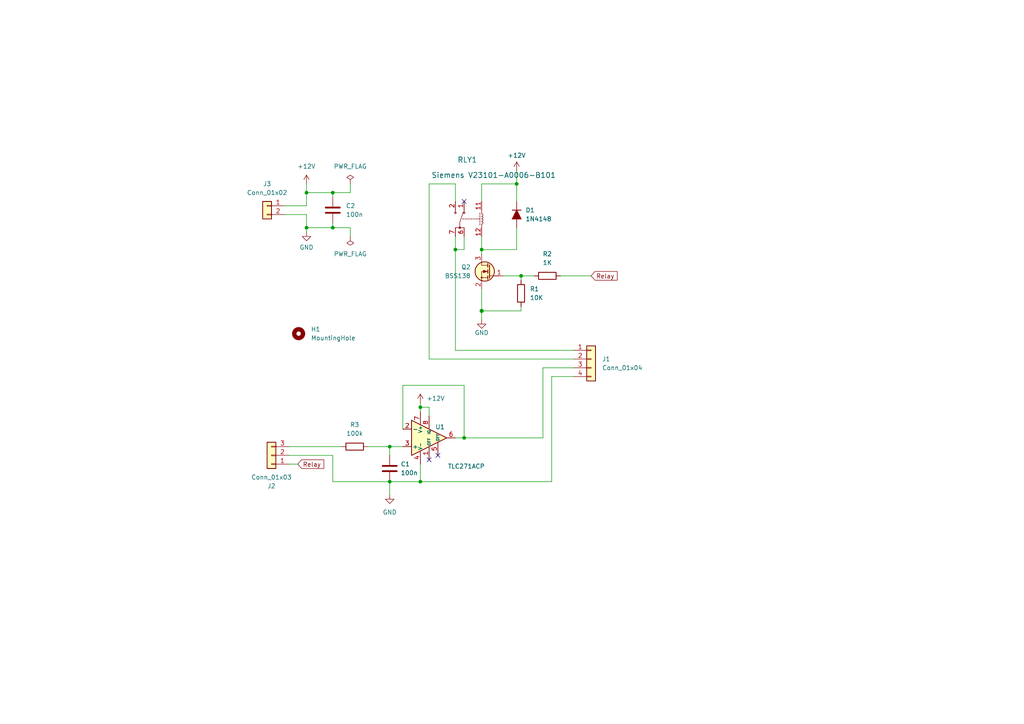
<source format=kicad_sch>
(kicad_sch (version 20231120) (generator "eeschema") (generator_version "7.99")
  (paper "A4")
  (lib_symbols
    (symbol "Amplifier_Operational_AKL:TLC271ACD" (pin_names (offset 0.2))
      (property "Reference" "U" (at 2.54 7.62 0))
      (property "Value" "TLC271ACD" (at 2.54 5.08 0))
      (symbol "TLC271ACD_0_1"
        (polyline (pts (xy -5.08 5.08) (xy -5.08 -5.08) (xy 5.08 0) (xy -5.08 5.08)) (stroke (width 0.254)) (fill (type background)))
      )
      (symbol "TLC271ACD_1_1"
        (pin passive line (at 0 -6.35 90) (length 3.81) (name "OFF") (number "1"))
        (pin input line (at -7.62 2.54 0) (length 2.54) (name "-") (number "2"))
        (pin input line (at -7.62 -2.54 0) (length 2.54) (name "+") (number "3"))
        (pin power_in line (at -2.54 -7.62 90) (length 3.81) (name "V-") (number "4"))
        (pin passive line (at 2.54 -5.08 90) (length 3.81) (name "OFF") (number "5"))
        (pin output line (at 7.62 0 180) (length 2.54) (name "~") (number "6"))
        (pin power_in line (at -2.54 7.62 270) (length 3.81) (name "V+") (number "7"))
        (pin passive line (at 0 6.35 270) (length 3.81) (name "IQ") (number "8"))
      )
    )
    (symbol "Capacitor_AKL:C_0603" (pin_numbers hide) (pin_names (offset 0.254))
      (property "Reference" "C" (at 0.635 2.54 0))
      (property "Value" "C_0603" (at 0.635 -2.54 0))
      (symbol "C_0603_0_1"
        (polyline (pts (xy -2.032 -0.762) (xy 2.032 -0.762)) (stroke (width 0.508)))
        (polyline (pts (xy -2.032 0.762) (xy 2.032 0.762)) (stroke (width 0.508)))
      )
      (symbol "C_0603_1_1"
        (pin passive line (at 0 3.81 270) (length 2.794) (name "~") (number "1"))
        (pin passive line (at 0 -3.81 90) (length 2.794) (name "~") (number "2"))
      )
    )
    (symbol "Connector_Generic:Conn_01x02" (pin_names (offset 1.016) hide)
      (property "Reference" "J" (at 0 2.54 0))
      (property "Value" "Conn_01x02" (at 0 -5.08 0))
      (symbol "Conn_01x02_1_1"
        (rectangle (start -1.27 -2.413) (end 0 -2.667) (stroke (width 0.1524)))
        (rectangle (start -1.27 0.127) (end 0 -0.127) (stroke (width 0.1524)))
        (rectangle (start -1.27 1.27) (end 1.27 -3.81) (stroke (width 0.254)) (fill (type background)))
        (pin passive line (at -5.08 0 0) (length 3.81) (name "Pin_1") (number "1"))
        (pin passive line (at -5.08 -2.54 0) (length 3.81) (name "Pin_2") (number "2"))
      )
    )
    (symbol "Connector_Generic:Conn_01x03" (pin_names (offset 1.016) hide)
      (property "Reference" "J" (at 0 5.08 0))
      (property "Value" "Conn_01x03" (at 0 -5.08 0))
      (symbol "Conn_01x03_1_1"
        (rectangle (start -1.27 -2.413) (end 0 -2.667) (stroke (width 0.1524)))
        (rectangle (start -1.27 0.127) (end 0 -0.127) (stroke (width 0.1524)))
        (rectangle (start -1.27 2.667) (end 0 2.413) (stroke (width 0.1524)))
        (rectangle (start -1.27 3.81) (end 1.27 -3.81) (stroke (width 0.254)) (fill (type background)))
        (pin passive line (at -5.08 2.54 0) (length 3.81) (name "Pin_1") (number "1"))
        (pin passive line (at -5.08 0 0) (length 3.81) (name "Pin_2") (number "2"))
        (pin passive line (at -5.08 -2.54 0) (length 3.81) (name "Pin_3") (number "3"))
      )
    )
    (symbol "Connector_Generic:Conn_01x04" (pin_names (offset 1.016) hide)
      (property "Reference" "J" (at 0 5.08 0))
      (property "Value" "Conn_01x04" (at 0 -7.62 0))
      (symbol "Conn_01x04_1_1"
        (rectangle (start -1.27 -4.953) (end 0 -5.207) (stroke (width 0.1524)))
        (rectangle (start -1.27 -2.413) (end 0 -2.667) (stroke (width 0.1524)))
        (rectangle (start -1.27 0.127) (end 0 -0.127) (stroke (width 0.1524)))
        (rectangle (start -1.27 2.667) (end 0 2.413) (stroke (width 0.1524)))
        (rectangle (start -1.27 3.81) (end 1.27 -6.35) (stroke (width 0.254)) (fill (type background)))
        (pin passive line (at -5.08 2.54 0) (length 3.81) (name "Pin_1") (number "1"))
        (pin passive line (at -5.08 0 0) (length 3.81) (name "Pin_2") (number "2"))
        (pin passive line (at -5.08 -2.54 0) (length 3.81) (name "Pin_3") (number "3"))
        (pin passive line (at -5.08 -5.08 0) (length 3.81) (name "Pin_4") (number "4"))
      )
    )
    (symbol "Diode_AKL:1N4148" (pin_numbers hide) (pin_names (offset 1.016) hide)
      (property "Reference" "D" (at 0 5.08 0))
      (property "Value" "1N4148" (at 0 2.54 0))
      (symbol "1N4148_0_1"
        (polyline (pts (xy -1.27 0) (xy 1.27 0)))
        (polyline (pts (xy 1.27 1.27) (xy 1.27 -1.27)) (stroke (width 0.254)))
        (polyline (pts (xy -1.27 1.27) (xy -1.27 -1.27) (xy 1.27 0) (xy -1.27 1.27)) (stroke (width 0.254)) (fill (type outline)))
      )
      (symbol "1N4148_1_1"
        (pin passive line (at 3.81 0 180) (length 2.54) (name "K") (number "1"))
        (pin passive line (at -3.81 0 0) (length 2.54) (name "A") (number "2"))
      )
    )
    (symbol "GND_1" (power) (pin_names (offset 0))
      (property "Value" "GND" (at 0 -3.81 0))
      (symbol "GND_1_0_1"
        (polyline (pts (xy 0 0) (xy 0 -1.27) (xy 1.27 -1.27) (xy 0 -2.54) (xy -1.27 -1.27) (xy 0 -1.27)))
      )
      (symbol "GND_1_1_1"
        (pin power_in line (at 0 0 270) (length 0) hide (name "GND") (number "1"))
      )
    )
    (symbol "GND_2" (power) (pin_names (offset 0))
      (property "Value" "GND" (at 0 -3.81 0))
      (symbol "GND_2_0_1"
        (polyline (pts (xy 0 0) (xy 0 -1.27) (xy 1.27 -1.27) (xy 0 -2.54) (xy -1.27 -1.27) (xy 0 -1.27)))
      )
      (symbol "GND_2_1_1"
        (pin power_in line (at 0 0 270) (length 0) hide (name "GND") (number "1"))
      )
    )
    (symbol "Mechanical:MountingHole" (pin_names (offset 1.016))
      (property "Reference" "H" (at 0 5.08 0))
      (property "Value" "MountingHole" (at 0 3.175 0))
      (symbol "MountingHole_0_1"
        (circle (center 0 0) (radius 1.27) (stroke (width 1.27)))
      )
    )
    (symbol "Resistor_AKL:R_0603" (pin_numbers hide) (pin_names (offset 0))
      (property "Reference" "R" (at 2.54 1.27 0))
      (property "Value" "R_0603" (at 2.54 -1.27 0))
      (symbol "R_0603_0_1"
        (rectangle (start -1.016 -2.54) (end 1.016 2.54) (stroke (width 0.254)))
      )
      (symbol "R_0603_1_1"
        (pin passive line (at 0 3.81 270) (length 1.27) (name "~") (number "1"))
        (pin passive line (at 0 -3.81 90) (length 1.27) (name "~") (number "2"))
      )
    )
    (symbol "Transistor_MOSFET_AKL:BSS138" (pin_names hide)
      (property "Reference" "Q" (at 5.08 1.27 0))
      (property "Value" "BSS138" (at 5.08 -1.27 0))
      (symbol "BSS138_0_1"
        (polyline (pts (xy 0.254 -1.27) (xy -2.54 -1.27)))
        (polyline (pts (xy 0.254 1.905) (xy 0.254 -1.905)) (stroke (width 0.254)))
        (polyline (pts (xy 0.762 -1.778) (xy 2.54 -1.778)))
        (polyline (pts (xy 0.762 -1.27) (xy 0.762 -2.286)) (stroke (width 0.254)))
        (polyline (pts (xy 0.762 0.508) (xy 0.762 -0.508)) (stroke (width 0.254)))
        (polyline (pts (xy 0.762 2.286) (xy 0.762 1.27)) (stroke (width 0.254)))
        (polyline (pts (xy 2.54 1.778) (xy 0.762 1.778)))
        (polyline (pts (xy 2.54 2.54) (xy 2.54 1.778)))
        (polyline (pts (xy 2.54 -2.54) (xy 2.54 0) (xy 0.762 0)))
        (polyline (pts (xy 1.016 0) (xy 2.032 0.381) (xy 2.032 -0.381) (xy 1.016 0)) (fill (type outline)))
        (circle (center 1.651 0) (radius 2.794) (stroke (width 0.254)) (fill (type background)))
        (circle (center 2.54 -1.778) (radius 0.1778) (fill (type outline)))
      )
      (symbol "BSS138_1_1"
        (pin input line (at -3.81 -1.27 0) (length 2.54) (name "G") (number "1"))
        (pin passive line (at 2.54 -5.08 90) (length 2.54) (name "S") (number "2"))
        (pin passive line (at 2.54 5.08 270) (length 2.54) (name "D") (number "3"))
      )
    )
    (symbol "power:+12V" (power) (pin_names (offset 0))
      (property "Value" "+12V" (at 0 3.556 0))
      (symbol "+12V_0_1"
        (polyline (pts (xy -0.762 1.27) (xy 0 2.54)))
        (polyline (pts (xy 0 0) (xy 0 2.54)))
        (polyline (pts (xy 0 2.54) (xy 0.762 1.27)))
      )
      (symbol "+12V_1_1"
        (pin power_in line (at 0 0 90) (length 0) hide (name "+12V") (number "1"))
      )
    )
    (symbol "power:GND" (power) (pin_names (offset 0))
      (property "Value" "GND" (at 0 -3.81 0))
      (symbol "GND_0_1"
        (polyline (pts (xy 0 0) (xy 0 -1.27) (xy 1.27 -1.27) (xy 0 -2.54) (xy -1.27 -1.27) (xy 0 -1.27)))
      )
      (symbol "GND_1_1"
        (pin power_in line (at 0 0 270) (length 0) hide (name "GND") (number "1"))
      )
    )
    (symbol "power:PWR_FLAG" (power) (pin_numbers hide) (pin_names (offset 0) hide)
      (property "Value" "PWR_FLAG" (at 0 3.81 0))
      (symbol "PWR_FLAG_0_0"
        (pin power_out line (at 0 0 90) (length 0) (name "pwr") (number "1"))
      )
      (symbol "PWR_FLAG_0_1"
        (polyline (pts (xy 0 0) (xy 0 1.27) (xy -1.016 1.905) (xy 0 2.54) (xy 1.016 1.905) (xy 0 1.27)))
      )
    )
    (symbol "w_relay:RELAY_V23101-D0-B" (pin_names (offset 1.016))
      (property "Reference" "RLY" (at 0 6.35 0))
      (property "Value" "RELAY_V23101-D0-B" (at 0 -5.969 0))
      (symbol "RELAY_V23101-D0-B_0_1"
        (circle (center -2.54 -2.54) (radius 0.254) (fill (type outline)))
        (arc (start -0.762 3.81) (mid -1.143 4.1894) (end -1.524 3.81))
        (polyline (pts (xy -2.54 -1.27) (xy -2.54 -3.81)))
        (polyline (pts (xy -1.778 3.302) (xy -1.27 3.302) (xy -1.27 3.302)))
        (polyline (pts (xy -1.524 -2.54) (xy -2.54 -2.54) (xy -2.54 -2.54)))
        (polyline (pts (xy -1.524 3.81) (xy -2.54 3.81) (xy -2.54 3.81)))
        (polyline (pts (xy -1.016 3.302) (xy -0.508 3.302) (xy -0.508 3.302)))
        (polyline (pts (xy -0.254 3.302) (xy 0.254 3.302) (xy 0.254 3.302)))
        (polyline (pts (xy 0 -1.27) (xy 0 -1.778) (xy 0 -1.778)))
        (polyline (pts (xy 0 -0.508) (xy 0 -1.016) (xy 0 -1.016)))
        (polyline (pts (xy 0 0.254) (xy 0 -0.254) (xy 0 -0.254)))
        (polyline (pts (xy 0 1.016) (xy 0 0.508) (xy 0 0.508)))
        (polyline (pts (xy 0 1.778) (xy 0 1.27) (xy 0 1.27)))
        (polyline (pts (xy 0 2.54) (xy 0 2.032) (xy 0 2.032)))
        (polyline (pts (xy 0 3.302) (xy 0 2.794) (xy 0 2.794)))
        (polyline (pts (xy 0.508 3.302) (xy 1.016 3.302) (xy 1.016 3.302)))
        (polyline (pts (xy 1.27 3.302) (xy 1.778 3.302) (xy 1.778 3.302)))
        (polyline (pts (xy 1.524 3.81) (xy 2.54 3.81) (xy 2.54 3.81)))
        (polyline (pts (xy 2.54 -3.81) (xy 1.778 -3.81) (xy 1.778 -3.81)))
        (polyline (pts (xy 2.54 -1.27) (xy 1.778 -1.27) (xy 1.778 -1.27)))
        (polyline (pts (xy -1.524 -2.54) (xy -1.016 -2.54) (xy 2.032 -1.524) (xy 2.032 -1.524)))
        (arc (start 0 3.81) (mid -0.381 4.1894) (end -0.762 3.81))
        (arc (start 0.762 3.81) (mid 0.381 4.1894) (end 0 3.81))
        (arc (start 1.524 3.81) (mid 1.143 4.1894) (end 0.762 3.81))
        (circle (center 1.778 -3.81) (radius 0.254))
        (circle (center 1.778 -1.27) (radius 0.254))
      )
      (symbol "RELAY_V23101-D0-B_1_1"
        (pin passive line (at 5.08 -1.27 180) (length 2.54) (name "~") (number "1"))
        (pin passive line (at 5.08 3.81 180) (length 2.54) (name "~") (number "11"))
        (pin passive line (at -5.08 3.81 0) (length 2.54) (name "~") (number "12"))
        (pin passive line (at 5.08 -3.81 180) (length 2.54) (name "~") (number "2"))
        (pin passive line (at -5.08 -1.27 0) (length 2.54) (name "~") (number "6"))
        (pin passive line (at -5.08 -3.81 0) (length 2.54) (name "~") (number "7"))
      )
    )
  )
  (junction (at 132.08 72.39))
  (junction (at 96.52 66.04))
  (junction (at 149.86 53.34))
  (junction (at 151.13 80.01))
  (junction (at 139.7 90.17) (diameter 1.016))
  (junction (at 121.92 139.7))
  (junction (at 96.52 55.88))
  (junction (at 88.9 55.88))
  (junction (at 88.9 66.04))
  (junction (at 113.03 139.7))
  (junction (at 113.03 129.54))
  (junction (at 121.92 118.11))
  (junction (at 139.7 72.39))
  (junction (at 134.62 127))
  (no_connect (at 127 132.08))
  (no_connect (at 134.62 58.42))
  (no_connect (at 124.46 133.35))
  (wire (pts (xy 88.9 67.31) (xy 88.9 66.04)))
  (wire (pts (xy 83.82 134.62) (xy 86.36 134.62)))
  (wire (pts (xy 134.62 72.39) (xy 132.08 72.39)))
  (wire (pts (xy 113.03 129.54) (xy 113.03 132.08)))
  (wire (pts (xy 139.7 90.17) (xy 151.13 90.17)))
  (wire (pts (xy 151.13 80.01) (xy 151.13 81.28)))
  (wire (pts (xy 96.52 57.15) (xy 96.52 55.88)))
  (wire (pts (xy 101.6 53.34) (xy 101.6 55.88)))
  (wire (pts (xy 149.86 53.34) (xy 139.7 53.34)))
  (wire (pts (xy 132.08 101.6) (xy 166.37 101.6)))
  (wire (pts (xy 139.7 68.58) (xy 139.7 72.39)))
  (wire (pts (xy 166.37 109.22) (xy 160.02 109.22)))
  (wire (pts (xy 139.7 90.17) (xy 139.7 92.71)))
  (wire (pts (xy 166.37 104.14) (xy 124.46 104.14)))
  (wire (pts (xy 157.48 127) (xy 157.48 106.68)))
  (wire (pts (xy 162.56 80.01) (xy 171.45 80.01)))
  (wire (pts (xy 124.46 104.14) (xy 124.46 53.34)))
  (wire (pts (xy 96.52 55.88) (xy 88.9 55.88)))
  (wire (pts (xy 113.03 139.7) (xy 121.92 139.7)))
  (wire (pts (xy 116.84 111.76) (xy 134.62 111.76)))
  (wire (pts (xy 124.46 53.34) (xy 132.08 53.34)))
  (wire (pts (xy 139.7 83.82) (xy 139.7 90.17)))
  (wire (pts (xy 113.03 129.54) (xy 116.84 129.54)))
  (wire (pts (xy 134.62 111.76) (xy 134.62 127)))
  (wire (pts (xy 116.84 124.46) (xy 116.84 111.76)))
  (wire (pts (xy 101.6 68.58) (xy 101.6 66.04)))
  (wire (pts (xy 146.05 80.01) (xy 151.13 80.01)))
  (wire (pts (xy 151.13 80.01) (xy 154.94 80.01)))
  (wire (pts (xy 83.82 132.08) (xy 96.52 132.08)))
  (wire (pts (xy 149.86 49.53) (xy 149.86 53.34)))
  (wire (pts (xy 121.92 134.62) (xy 121.92 139.7)))
  (wire (pts (xy 96.52 139.7) (xy 113.03 139.7)))
  (wire (pts (xy 106.68 129.54) (xy 113.03 129.54)))
  (wire (pts (xy 88.9 62.23) (xy 82.55 62.23)))
  (wire (pts (xy 151.13 90.17) (xy 151.13 88.9)))
  (wire (pts (xy 82.55 59.69) (xy 88.9 59.69)))
  (wire (pts (xy 113.03 139.7) (xy 113.03 143.51)))
  (wire (pts (xy 101.6 66.04) (xy 96.52 66.04)))
  (wire (pts (xy 83.82 129.54) (xy 99.06 129.54)))
  (wire (pts (xy 96.52 132.08) (xy 96.52 139.7)))
  (wire (pts (xy 149.86 66.04) (xy 149.86 72.39)))
  (wire (pts (xy 88.9 59.69) (xy 88.9 55.88)))
  (wire (pts (xy 132.08 72.39) (xy 132.08 101.6)))
  (wire (pts (xy 157.48 106.68) (xy 166.37 106.68)))
  (wire (pts (xy 160.02 109.22) (xy 160.02 139.7)))
  (wire (pts (xy 101.6 55.88) (xy 96.52 55.88)))
  (wire (pts (xy 88.9 53.34) (xy 88.9 55.88)))
  (wire (pts (xy 149.86 53.34) (xy 149.86 58.42)))
  (wire (pts (xy 96.52 66.04) (xy 96.52 64.77)))
  (wire (pts (xy 121.92 116.84) (xy 121.92 118.11)))
  (wire (pts (xy 121.92 139.7) (xy 160.02 139.7)))
  (wire (pts (xy 88.9 62.23) (xy 88.9 66.04)))
  (wire (pts (xy 96.52 66.04) (xy 88.9 66.04)))
  (wire (pts (xy 139.7 53.34) (xy 139.7 58.42)))
  (wire (pts (xy 132.08 68.58) (xy 132.08 72.39)))
  (wire (pts (xy 134.62 68.58) (xy 134.62 72.39)))
  (wire (pts (xy 124.46 118.11) (xy 124.46 120.65)))
  (wire (pts (xy 121.92 118.11) (xy 124.46 118.11)))
  (wire (pts (xy 149.86 72.39) (xy 139.7 72.39)))
  (wire (pts (xy 139.7 72.39) (xy 139.7 73.66)))
  (wire (pts (xy 134.62 127) (xy 157.48 127)))
  (wire (pts (xy 132.08 53.34) (xy 132.08 58.42)))
  (wire (pts (xy 132.08 127) (xy 134.62 127)))
  (wire (pts (xy 121.92 118.11) (xy 121.92 119.38)))
  (global_label "Relay" (shape input) (at 86.36 134.62 0) (property "Intersheetrefs" "${INTERSHEET_REFS}" (effects (hide yes))))
  (global_label "Relay" (shape input) (at 171.45 80.01 0) (property "Intersheetrefs" "${INTERSHEET_REFS}" (effects (hide yes))))
  (symbol (lib_id "Transistor_MOSFET_AKL:BSS138") (at 142.24 78.74 0) (mirror y) (unit 1)
    (property "Reference" "Q2" (at 136.525 77.4699 0) (effects (justify left)))
    (property "Value" "BSS138" (at 136.525 80.0099 0) (effects (justify left)))
    (property "Footprint" "Package_TO_SOT_SMD_AKL:SOT-23" (effects (hide yes)))
    (property "Datasheet" "https://www.tme.eu/Document/2b32cdd3c66afedbcd628e73d93ae817/BSS138-7-F.pdf" (effects (hide yes)))
    (property "Description" "SOT-23 N-MOSFET enchancement mode transistor, 50V, 200mA, 300mW, Alternate KiCAD Library" (effects (hide yes)))
  )
  (symbol (lib_name "GND_2") (lib_id "power:GND") (at 88.9 67.31 0) (unit 1)
    (property "Reference" "#PWR06" (effects (hide yes)))
    (property "Value" "GND" (at 88.9 71.755 0))
    (property "Description" "Power symbol creates a global label with name \"GND\" , ground" (effects (hide yes)))
  )
  (symbol (lib_id "Diode_AKL:1N4148") (at 149.86 62.23 90) (unit 1)
    (property "Reference" "D1" (at 152.4 60.9599 90) (effects (justify right)))
    (property "Value" "1N4148" (at 152.4 63.4999 90) (effects (justify right)))
    (property "Footprint" "Diode_SMD_AKL:D_MiniMELF" (effects (hide yes)))
    (property "Datasheet" "https://datasheet.octopart.com/1N4148TR-ON-Semiconductor-datasheet-42765246.pdf" (effects (hide yes)))
    (property "Description" "DO-35 Diode, Small Signal, Fast Switching, 75V, 150mA, 4ns, Alternate KiCad Library" (effects (hide yes)))
  )
  (symbol (lib_id "Connector_Generic:Conn_01x03") (at 78.74 132.08 180) (unit 1)
    (property "Reference" "J2" (at 78.74 140.97 0))
    (property "Value" "Conn_01x03" (at 78.74 138.43 0))
    (property "Footprint" "Connector_JST:JST_XH_B3B-XH-A_1x03_P2.50mm_Vertical" (effects (hide yes)))
    (property "Description" "Generic connector, single row, 01x03, script generated (kicad-library-utils/schlib/autogen/connector/)" (effects (hide yes)))
  )
  (symbol (lib_id "power:GND") (at 139.7 92.71 0) (mirror y) (unit 1)
    (property "Reference" "#PWR02" (effects (hide yes)))
    (property "Value" "GND" (at 139.7 96.52 0))
    (property "Description" "Power symbol creates a global label with name \"GND\" , ground" (effects (hide yes)))
  )
  (symbol (lib_id "Resistor_AKL:R_0603") (at 158.75 80.01 90) (unit 1)
    (property "Reference" "R2" (at 158.75 73.66 90))
    (property "Value" "1K" (at 158.75 76.2 90))
    (property "Footprint" "Resistor_SMD_AKL:R_0603_1608Metric" (effects (hide yes)))
    (property "Description" "SMD 0603 Chip Resistor, European Symbol, Alternate KiCad Library" (effects (hide yes)))
  )
  (symbol (lib_id "Amplifier_Operational_AKL:TLC271ACD") (at 124.46 127 0) (unit 1)
    (property "Reference" "U1" (at 127.635 123.825 0))
    (property "Value" "TLC271ACP" (at 135.255 135.255 0))
    (property "Footprint" "Package_SO_AKL:SO-8_3.9x4.9mm_P1.27mm" (effects (hide yes)))
    (property "Datasheet" "https://www.ti.com/lit/ds/symlink/opa548.pdf?ts=1635005623826&ref_url=https%253A%252F%252Fwww.google.com%252F" (effects (hide yes)))
    (property "Description" "SO-8 CMOS Low Power Operational Amplifier, Selectable Bias Current, 5mV Offset, 2.5MHz GBW, Alternate KiCAD Library" (effects (hide yes)))
  )
  (symbol (lib_id "power:+12V") (at 121.92 116.84 0) (unit 1)
    (property "Reference" "#PWR03" (effects (hide yes)))
    (property "Value" "+12V" (at 126.365 115.57 0))
    (property "Description" "Power symbol creates a global label with name \"+12V\"" (effects (hide yes)))
  )
  (symbol (lib_id "Capacitor_AKL:C_0603") (at 96.52 60.96 0) (unit 1)
    (property "Reference" "C2" (at 100.33 59.6899 0) (effects (justify left)))
    (property "Value" "100n" (at 100.33 62.2299 0) (effects (justify left)))
    (property "Footprint" "Capacitor_SMD_AKL:C_0603_1608Metric" (effects (hide yes)))
    (property "Description" "SMD 0603 MLCC capacitor, Alternate KiCad Library" (effects (hide yes)))
  )
  (symbol (lib_id "Connector_Generic:Conn_01x02") (at 77.47 59.69 0) (mirror y) (unit 1)
    (property "Reference" "J3" (at 77.47 53.34 0))
    (property "Value" "Conn_01x02" (at 77.47 55.88 0))
    (property "Footprint" "Connector_JST:JST_XH_B2B-XH-A_1x02_P2.50mm_Vertical" (effects (hide yes)))
    (property "Description" "Generic connector, single row, 01x02, script generated (kicad-library-utils/schlib/autogen/connector/)" (effects (hide yes)))
  )
  (symbol (lib_id "power:PWR_FLAG") (at 101.6 53.34 0) (unit 1)
    (property "Reference" "#FLG01" (effects (hide yes)))
    (property "Value" "PWR_FLAG" (at 101.6 48.26 0))
    (property "Description" "Special symbol for telling ERC where power comes from" (effects (hide yes)))
  )
  (symbol (lib_id "power:+12V") (at 149.86 49.53 0) (unit 1)
    (property "Reference" "#PWR05" (effects (hide yes)))
    (property "Value" "+12V" (at 149.86 45.085 0))
    (property "Description" "Power symbol creates a global label with name \"+12V\"" (effects (hide yes)))
  )
  (symbol (lib_id "Resistor_AKL:R_0603") (at 102.87 129.54 90) (unit 1)
    (property "Reference" "R3" (at 102.87 123.19 90))
    (property "Value" "100k" (at 102.87 125.73 90))
    (property "Footprint" "Resistor_SMD_AKL:R_0603_1608Metric" (effects (hide yes)))
    (property "Description" "SMD 0603 Chip Resistor, European Symbol, Alternate KiCad Library" (effects (hide yes)))
  )
  (symbol (lib_id "Capacitor_AKL:C_0603") (at 113.03 135.89 0) (unit 1)
    (property "Reference" "C1" (at 116.205 134.6199 0) (effects (justify left)))
    (property "Value" "100n" (at 116.205 137.1599 0) (effects (justify left)))
    (property "Footprint" "Capacitor_SMD_AKL:C_0603_1608Metric" (effects (hide yes)))
    (property "Description" "SMD 0603 MLCC capacitor, Alternate KiCad Library" (effects (hide yes)))
  )
  (symbol (lib_id "Resistor_AKL:R_0603") (at 151.13 85.09 0) (unit 1)
    (property "Reference" "R1" (at 153.67 83.8199 0) (effects (justify left)))
    (property "Value" "10K" (at 153.67 86.3599 0) (effects (justify left)))
    (property "Footprint" "Resistor_SMD_AKL:R_0603_1608Metric" (effects (hide yes)))
    (property "Description" "SMD 0603 Chip Resistor, European Symbol, Alternate KiCad Library" (effects (hide yes)))
  )
  (symbol (lib_id "w_relay:RELAY_V23101-D0-B") (at 135.89 63.5 270) (mirror x) (unit 1)
    (property "Reference" "RLY1" (at 138.43 46.355 90) (effects (font (size 1.524 1.524)) (justify right)))
    (property "Value" "Siemens V23101-A0006-B101" (at 161.29 50.8 90) (effects (font (size 1.524 1.524)) (justify right)))
    (property "Footprint" "w_relay:relay_V23101-D0-B" (effects (hide yes)))
    (property "Description" "1 Form B relay, TE V23101-D0-xB" (effects (hide yes)))
  )
  (symbol (lib_id "power:+12V") (at 88.9 53.34 0) (unit 1)
    (property "Reference" "#PWR04" (effects (hide yes)))
    (property "Value" "+12V" (at 88.9 48.26 0))
    (property "Description" "Power symbol creates a global label with name \"+12V\"" (effects (hide yes)))
  )
  (symbol (lib_name "GND_1") (lib_id "power:GND") (at 113.03 143.51 0) (unit 1)
    (property "Reference" "#PWR01" (effects (hide yes)))
    (property "Value" "GND" (at 113.03 148.59 0))
    (property "Description" "Power symbol creates a global label with name \"GND\" , ground" (effects (hide yes)))
  )
  (symbol (lib_id "power:PWR_FLAG") (at 101.6 68.58 180) (unit 1)
    (property "Reference" "#FLG02" (effects (hide yes)))
    (property "Value" "PWR_FLAG" (at 101.6 73.66 0))
    (property "Description" "Special symbol for telling ERC where power comes from" (effects (hide yes)))
  )
  (symbol (lib_id "Connector_Generic:Conn_01x04") (at 171.45 104.14 0) (unit 1)
    (property "Reference" "J1" (at 174.625 104.1399 0) (effects (justify left)))
    (property "Value" "Conn_01x04" (at 174.625 106.6799 0) (effects (justify left)))
    (property "Footprint" "Connector_JST:JST_XH_B4B-XH-A_1x04_P2.50mm_Vertical" (effects (hide yes)))
    (property "Description" "Generic connector, single row, 01x04, script generated (kicad-library-utils/schlib/autogen/connector/)" (effects (hide yes)))
  )
  (symbol (lib_id "Mechanical:MountingHole") (at 86.614 96.774 0) (unit 1)
    (property "Reference" "H1" (at 90.17 95.5039 0) (effects (justify left)))
    (property "Value" "MountingHole" (at 90.17 98.0439 0) (effects (justify left)))
    (property "Footprint" "MountingHole:MountingHole_3.2mm_M3" (effects (hide yes)))
    (property "Description" "Mounting Hole without connection" (effects (hide yes)))
  )
)
</source>
